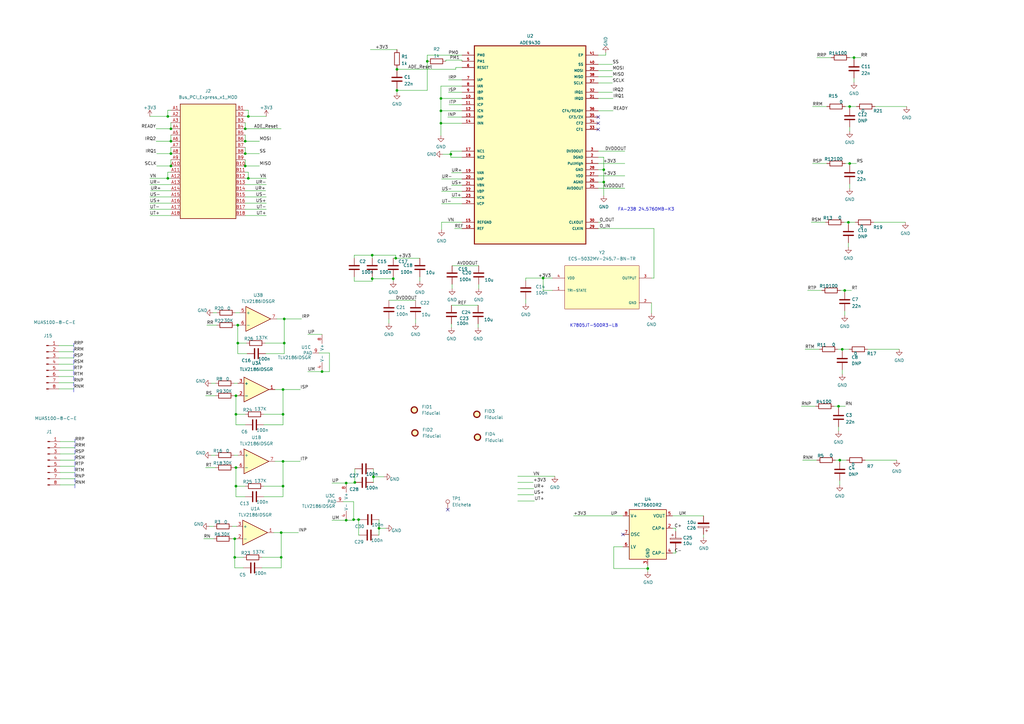
<source format=kicad_sch>
(kicad_sch (version 20231120) (generator "eeschema") (generator_version "8.0")
  (paper "A3")
  (title_block (title "ADE Interface") (rev "4.0") (company "Delta Electronics SRL"))
  (junction (at 96.774 199.39))
  (junction (at 222.758 114.046))
  (junction (at 348.488 67.056))
  (junction (at 96.774 169.926))
  (junction (at 116.586 130.81))
  (junction (at 184.912 63.246))
  (junction (at 115.316 228.6))
  (junction (at 68.834 73.152))
  (junction (at 347.98 91.186))
  (junction (at 343.916 166.624))
  (junction (at 101.854 73.152))
  (junction (at 97.536 133.35))
  (junction (at 141.986 213.36))
  (junction (at 70.104 68.072))
  (junction (at 147.066 213.106))
  (junction (at 116.586 140.716))
  (junction (at 96.774 162.306))
  (junction (at 96.774 191.77))
  (junction (at 116.078 189.23))
  (junction (at 100.584 62.992))
  (junction (at 100.584 68.072))
  (junction (at 70.104 62.992))
  (junction (at 96.266 220.98))
  (junction (at 101.854 47.752))
  (junction (at 141.986 198.12))
  (junction (at 346.456 119.126))
  (junction (at 348.488 43.688))
  (junction (at 152.654 114.3))
  (junction (at 180.848 45.466))
  (junction (at 161.29 114.3))
  (junction (at 100.584 52.832))
  (junction (at 155.448 216.662))
  (junction (at 247.65 74.676))
  (junction (at 153.162 195.58))
  (junction (at 115.316 218.44))
  (junction (at 350.266 23.622))
  (junction (at 344.424 188.722))
  (junction (at 70.104 52.832))
  (junction (at 145.542 197.866))
  (junction (at 96.266 228.6))
  (junction (at 162.306 105.918))
  (junction (at 68.834 47.752))
  (junction (at 162.814 37.084))
  (junction (at 265.684 233.172))
  (junction (at 180.848 40.386))
  (junction (at 70.104 57.912))
  (junction (at 175.26 25.146))
  (junction (at 116.078 199.39))
  (junction (at 247.65 69.596))
  (junction (at 100.584 57.912))
  (junction (at 345.44 143.256))
  (junction (at 97.536 140.716))
  (junction (at 145.034 213.106))
  (junction (at 116.078 169.926))
  (junction (at 180.848 50.546))
  (junction (at 162.814 28.448))
  (junction (at 152.654 104.648))
  (junction (at 132.08 152.4))
  (junction (at 116.078 159.766))
  (no_connect (at 79.248 335.788))
  (no_connect (at 245.364 53.086))
  (no_connect (at 245.364 48.006))
  (no_connect (at 245.364 50.546))
  (no_connect (at 183.642 209.042))
  (no_connect (at 255.524 219.202))
  (wire (pts (xy 245.364 69.596) (xy 247.65 69.596)))
  (wire (pts (xy 347.98 99.568) (xy 347.98 101.346)))
  (wire (pts (xy 268.224 114.046) (xy 267.208 114.046)))
  (wire (pts (xy 184.912 63.246) (xy 181.61 63.246)))
  (wire (pts (xy 70.104 55.372) (xy 70.104 57.912)))
  (wire (pts (xy 24.13 141.732) (xy 30.226 141.732)))
  (wire (pts (xy 108.966 145.034) (xy 116.586 145.034)))
  (wire (pts (xy 83.566 220.98) (xy 87.63 220.98)))
  (wire (pts (xy 275.844 226.822) (xy 277.114 226.822)))
  (wire (pts (xy 347.98 91.186) (xy 350.774 91.186)))
  (wire (pts (xy 162.306 105.918) (xy 172.212 105.918)))
  (wire (pts (xy 70.104 50.292) (xy 70.104 52.832)))
  (wire (pts (xy 159.512 130.81) (xy 159.512 132.588)))
  (wire (pts (xy 109.22 88.392) (xy 100.584 88.392)))
  (wire (pts (xy 24.13 156.972) (xy 30.226 156.972)))
  (wire (pts (xy 84.328 191.77) (xy 88.392 191.77)))
  (wire (pts (xy 255.524 224.282) (xy 251.714 224.282)))
  (wire (pts (xy 245.364 91.186) (xy 246.38 91.186)))
  (wire (pts (xy 100.584 199.39) (xy 96.774 199.39)))
  (wire (pts (xy 101.092 140.716) (xy 97.536 140.716)))
  (wire (pts (xy 147.066 213.106) (xy 147.066 219.456)))
  (wire (pts (xy 181.102 73.406) (xy 189.484 73.406)))
  (wire (pts (xy 155.448 213.106) (xy 155.448 216.662)))
  (polyline (pts (xy 30.734 180.086) (xy 30.734 200.152)) (stroke (width 0) (type dash)))
  (wire (pts (xy 347.98 91.186) (xy 347.98 91.948)))
  (wire (pts (xy 348.488 67.056) (xy 351.282 67.056)))
  (wire (pts (xy 140.716 205.74) (xy 145.034 205.74)))
  (wire (pts (xy 189.484 24.638) (xy 189.484 25.146)))
  (wire (pts (xy 267.208 124.206) (xy 267.208 128.524)))
  (wire (pts (xy 346.456 119.126) (xy 349.25 119.126)))
  (wire (pts (xy 182.88 25.146) (xy 182.88 24.638)))
  (wire (pts (xy 345.44 143.256) (xy 345.44 144.018)))
  (wire (pts (xy 247.65 64.516) (xy 245.364 64.516)))
  (wire (pts (xy 172.212 113.538) (xy 172.212 115.316)))
  (wire (pts (xy 335.026 23.622) (xy 340.868 23.622)))
  (wire (pts (xy 108.966 78.232) (xy 100.584 78.232)))
  (wire (pts (xy 116.586 140.716) (xy 116.586 130.81)))
  (wire (pts (xy 247.65 69.596) (xy 247.65 74.676)))
  (wire (pts (xy 346.202 91.186) (xy 347.98 91.186)))
  (wire (pts (xy 145.034 205.74) (xy 145.034 213.106)))
  (wire (pts (xy 24.638 198.882) (xy 30.734 198.882)))
  (wire (pts (xy 115.316 52.832) (xy 100.584 52.832)))
  (wire (pts (xy 155.448 216.662) (xy 158.242 216.662)))
  (wire (pts (xy 170.434 130.81) (xy 170.434 132.588)))
  (wire (pts (xy 96.266 232.918) (xy 99.822 232.918)))
  (wire (pts (xy 115.316 232.918) (xy 115.316 228.6)))
  (wire (pts (xy 96.266 232.918) (xy 96.266 228.6)))
  (wire (pts (xy 344.424 188.722) (xy 344.424 189.484)))
  (wire (pts (xy 189.484 48.006) (xy 183.642 48.006)))
  (wire (pts (xy 348.488 23.622) (xy 350.266 23.622)))
  (wire (pts (xy 343.916 166.624) (xy 343.916 167.386)))
  (wire (pts (xy 96.774 162.306) (xy 97.536 162.306)))
  (wire (pts (xy 135.128 152.4) (xy 132.08 152.4)))
  (wire (pts (xy 196.342 116.586) (xy 196.342 118.364)))
  (wire (pts (xy 342.646 188.722) (xy 344.424 188.722)))
  (wire (pts (xy 141.986 198.12) (xy 145.542 198.12)))
  (wire (pts (xy 68.834 47.752) (xy 70.104 47.752)))
  (wire (pts (xy 245.364 26.416) (xy 251.206 26.416)))
  (wire (pts (xy 24.638 188.722) (xy 30.734 188.722)))
  (wire (pts (xy 24.13 159.512) (xy 30.226 159.512)))
  (wire (pts (xy 108.204 169.926) (xy 116.078 169.926)))
  (wire (pts (xy 161.29 114.3) (xy 161.29 115.316)))
  (wire (pts (xy 344.424 197.104) (xy 344.424 198.882)))
  (wire (pts (xy 24.638 193.802) (xy 30.734 193.802)))
  (wire (pts (xy 68.834 73.152) (xy 70.104 73.152)))
  (wire (pts (xy 329.184 188.722) (xy 335.026 188.722)))
  (wire (pts (xy 350.266 23.622) (xy 353.06 23.622)))
  (wire (pts (xy 116.078 174.244) (xy 116.078 169.926)))
  (wire (pts (xy 107.442 228.6) (xy 115.316 228.6)))
  (wire (pts (xy 151.892 20.32) (xy 162.814 20.32)))
  (wire (pts (xy 212.344 195.326) (xy 227.584 195.326)))
  (wire (pts (xy 84.836 133.35) (xy 88.9 133.35)))
  (wire (pts (xy 215.646 114.046) (xy 215.646 115.062)))
  (wire (pts (xy 108.204 203.708) (xy 116.078 203.708)))
  (wire (pts (xy 155.448 219.456) (xy 155.194 219.456)))
  (wire (pts (xy 180.848 45.466) (xy 189.484 45.466)))
  (wire (pts (xy 277.114 216.662) (xy 277.114 217.932)))
  (wire (pts (xy 97.536 145.034) (xy 97.536 140.716)))
  (wire (pts (xy 162.814 27.94) (xy 162.814 28.448)))
  (wire (pts (xy 109.22 73.152) (xy 101.854 73.152)))
  (wire (pts (xy 245.364 93.726) (xy 268.224 93.726)))
  (wire (pts (xy 145.542 198.12) (xy 145.542 197.866)))
  (wire (pts (xy 61.468 85.852) (xy 70.104 85.852)))
  (wire (pts (xy 96.774 174.244) (xy 100.584 174.244)))
  (wire (pts (xy 180.848 50.546) (xy 189.484 50.546)))
  (wire (pts (xy 189.484 91.186) (xy 181.102 91.186)))
  (wire (pts (xy 152.654 114.3) (xy 161.29 114.3)))
  (wire (pts (xy 70.104 65.532) (xy 70.104 68.072)))
  (wire (pts (xy 328.676 166.624) (xy 334.518 166.624)))
  (wire (pts (xy 101.854 47.752) (xy 100.584 47.752)))
  (wire (pts (xy 182.88 24.638) (xy 189.484 24.638)))
  (wire (pts (xy 189.484 61.976) (xy 184.912 61.976)))
  (wire (pts (xy 155.448 216.662) (xy 155.448 219.456)))
  (wire (pts (xy 180.848 40.386) (xy 180.848 45.466)))
  (wire (pts (xy 185.166 125.222) (xy 196.088 125.222)))
  (wire (pts (xy 185.166 81.026) (xy 189.484 81.026)))
  (wire (pts (xy 245.364 45.466) (xy 251.46 45.466)))
  (wire (pts (xy 116.586 145.034) (xy 116.586 140.716)))
  (wire (pts (xy 108.204 199.39) (xy 116.078 199.39)))
  (wire (pts (xy 96.266 228.6) (xy 96.266 220.98)))
  (wire (pts (xy 115.316 218.44) (xy 122.428 218.44)))
  (wire (pts (xy 70.104 70.612) (xy 68.834 70.612)))
  (polyline (pts (xy 30.226 160.782) (xy 30.226 160.782)) (stroke (width 0) (type dash)))
  (wire (pts (xy 332.74 91.186) (xy 338.582 91.186)))
  (wire (pts (xy 185.42 108.966) (xy 196.342 108.966)))
  (wire (pts (xy 215.646 122.682) (xy 215.646 124.46)))
  (wire (pts (xy 247.65 74.676) (xy 247.65 80.264)))
  (wire (pts (xy 245.364 74.676) (xy 247.65 74.676)))
  (wire (pts (xy 96.774 174.244) (xy 96.774 169.926)))
  (wire (pts (xy 275.844 211.582) (xy 288.544 211.582)))
  (wire (pts (xy 88.392 157.226) (xy 86.614 157.226)))
  (wire (pts (xy 108.204 174.244) (xy 116.078 174.244)))
  (wire (pts (xy 245.364 31.496) (xy 251.206 31.496)))
  (wire (pts (xy 350.266 32.004) (xy 350.266 33.782)))
  (wire (pts (xy 189.484 27.686) (xy 186.944 27.686)))
  (wire (pts (xy 61.468 75.692) (xy 70.104 75.692)))
  (wire (pts (xy 24.638 181.102) (xy 30.734 181.102)))
  (wire (pts (xy 248.412 22.606) (xy 248.412 21.59)))
  (wire (pts (xy 348.488 75.438) (xy 348.488 77.216)))
  (wire (pts (xy 344.424 188.722) (xy 347.218 188.722)))
  (wire (pts (xy 212.344 197.866) (xy 218.694 197.866)))
  (wire (pts (xy 132.08 137.16) (xy 126.238 137.16)))
  (wire (pts (xy 348.488 43.688) (xy 348.488 44.45)))
  (wire (pts (xy 61.468 80.772) (xy 70.104 80.772)))
  (wire (pts (xy 153.162 195.58) (xy 153.162 197.866)))
  (wire (pts (xy 61.468 88.392) (xy 70.104 88.392)))
  (wire (pts (xy 186.944 28.448) (xy 162.814 28.448)))
  (wire (pts (xy 162.814 28.448) (xy 162.814 28.702)))
  (wire (pts (xy 145.034 213.106) (xy 145.034 213.36)))
  (wire (pts (xy 68.834 70.612) (xy 68.834 73.152)))
  (wire (pts (xy 186.944 27.686) (xy 186.944 28.448)))
  (wire (pts (xy 141.986 213.36) (xy 136.144 213.36)))
  (wire (pts (xy 181.102 91.186) (xy 181.102 94.234)))
  (wire (pts (xy 109.22 75.692) (xy 100.584 75.692)))
  (wire (pts (xy 355.854 143.256) (xy 368.808 143.256)))
  (wire (pts (xy 96.774 203.708) (xy 96.774 199.39)))
  (wire (pts (xy 180.848 35.306) (xy 180.848 40.386)))
  (wire (pts (xy 162.814 36.322) (xy 162.814 37.084)))
  (wire (pts (xy 100.584 45.212) (xy 101.854 45.212)))
  (wire (pts (xy 116.586 130.81) (xy 123.698 130.81)))
  (wire (pts (xy 70.104 62.992) (xy 64.262 62.992)))
  (wire (pts (xy 189.484 64.516) (xy 184.912 64.516)))
  (wire (pts (xy 185.166 132.842) (xy 185.166 134.366)))
  (wire (pts (xy 101.854 70.612) (xy 101.854 73.152)))
  (wire (pts (xy 344.678 119.126) (xy 346.456 119.126)))
  (wire (pts (xy 245.364 34.036) (xy 251.206 34.036)))
  (wire (pts (xy 346.71 43.688) (xy 348.488 43.688)))
  (wire (pts (xy 97.536 145.034) (xy 101.346 145.034)))
  (wire (pts (xy 180.848 40.386) (xy 189.484 40.386)))
  (wire (pts (xy 161.29 113.538) (xy 161.29 114.3)))
  (wire (pts (xy 132.08 152.4) (xy 126.238 152.4)))
  (wire (pts (xy 226.568 114.046) (xy 222.758 114.046)))
  (wire (pts (xy 185.166 70.866) (xy 189.484 70.866)))
  (wire (pts (xy 186.436 93.726) (xy 189.484 93.726)))
  (wire (pts (xy 184.912 61.976) (xy 184.912 63.246)))
  (wire (pts (xy 109.22 47.752) (xy 101.854 47.752)))
  (wire (pts (xy 115.316 228.6) (xy 115.316 218.44)))
  (wire (pts (xy 189.484 35.306) (xy 180.848 35.306)))
  (wire (pts (xy 96.012 162.306) (xy 96.774 162.306)))
  (wire (pts (xy 212.344 202.946) (xy 218.948 202.946)))
  (wire (pts (xy 24.638 196.342) (xy 30.734 196.342)))
  (wire (pts (xy 24.13 146.812) (xy 30.226 146.812)))
  (wire (pts (xy 343.916 175.006) (xy 343.916 176.784)))
  (wire (pts (xy 24.638 191.262) (xy 30.734 191.262)))
  (wire (pts (xy 109.22 83.312) (xy 100.584 83.312)))
  (wire (pts (xy 180.848 50.546) (xy 180.848 55.626)))
  (wire (pts (xy 147.574 219.456) (xy 147.066 219.456)))
  (wire (pts (xy 185.166 75.946) (xy 189.484 75.946)))
  (wire (pts (xy 145.288 105.918) (xy 145.288 104.648)))
  (wire (pts (xy 101.854 73.152) (xy 100.584 73.152)))
  (wire (pts (xy 346.456 127.508) (xy 346.456 129.286)))
  (wire (pts (xy 87.63 215.9) (xy 85.852 215.9)))
  (wire (pts (xy 100.584 62.992) (xy 106.426 62.992)))
  (wire (pts (xy 343.662 143.256) (xy 345.44 143.256)))
  (wire (pts (xy 61.722 78.232) (xy 70.104 78.232)))
  (polyline (pts (xy 30.734 200.152) (xy 30.734 200.152)) (stroke (width 0) (type dash)))
  (wire (pts (xy 70.104 45.212) (xy 68.834 45.212)))
  (wire (pts (xy 153.162 195.58) (xy 157.48 195.58)))
  (wire (pts (xy 212.344 200.406) (xy 218.948 200.406)))
  (wire (pts (xy 189.484 32.766) (xy 183.896 32.766)))
  (wire (pts (xy 245.364 72.136) (xy 256.286 72.136)))
  (wire (pts (xy 145.288 104.648) (xy 152.654 104.648)))
  (wire (pts (xy 350.266 23.622) (xy 350.266 24.384)))
  (wire (pts (xy 100.584 70.612) (xy 101.854 70.612)))
  (wire (pts (xy 68.834 45.212) (xy 68.834 47.752)))
  (wire (pts (xy 96.774 203.708) (xy 100.584 203.708)))
  (wire (pts (xy 265.684 231.902) (xy 265.684 233.172)))
  (wire (pts (xy 235.204 211.582) (xy 255.524 211.582)))
  (wire (pts (xy 345.44 151.638) (xy 345.44 153.416)))
  (wire (pts (xy 113.538 130.81) (xy 116.586 130.81)))
  (wire (pts (xy 100.584 57.912) (xy 106.426 57.912)))
  (wire (pts (xy 162.814 37.084) (xy 162.814 38.1)))
  (wire (pts (xy 245.364 61.976) (xy 256.286 61.976)))
  (wire (pts (xy 152.654 105.918) (xy 152.654 104.648)))
  (wire (pts (xy 24.638 186.182) (xy 30.734 186.182)))
  (wire (pts (xy 107.442 232.918) (xy 115.316 232.918)))
  (wire (pts (xy 161.29 105.918) (xy 162.306 105.918)))
  (wire (pts (xy 116.078 159.766) (xy 123.19 159.766)))
  (wire (pts (xy 175.26 25.146) (xy 175.26 37.084)))
  (wire (pts (xy 88.9 128.27) (xy 87.376 128.27)))
  (wire (pts (xy 251.714 224.282) (xy 251.714 233.172)))
  (wire (pts (xy 116.078 199.39) (xy 116.078 189.23)))
  (wire (pts (xy 112.268 218.44) (xy 115.316 218.44)))
  (wire (pts (xy 348.488 43.688) (xy 351.282 43.688)))
  (wire (pts (xy 96.52 133.35) (xy 97.536 133.35)))
  (wire (pts (xy 61.468 83.312) (xy 70.104 83.312)))
  (wire (pts (xy 116.078 189.23) (xy 123.19 189.23)))
  (wire (pts (xy 70.104 57.912) (xy 64.008 57.912)))
  (wire (pts (xy 184.15 42.926) (xy 189.484 42.926)))
  (wire (pts (xy 251.714 233.172) (xy 265.684 233.172)))
  (wire (pts (xy 109.22 80.772) (xy 100.584 80.772)))
  (wire (pts (xy 116.078 169.926) (xy 116.078 159.766)))
  (wire (pts (xy 245.364 40.386) (xy 251.46 40.386)))
  (wire (pts (xy 222.758 119.126) (xy 222.758 114.046)))
  (wire (pts (xy 184.912 64.516) (xy 184.912 63.246)))
  (wire (pts (xy 96.774 169.926) (xy 96.774 162.306)))
  (wire (pts (xy 358.394 91.186) (xy 371.348 91.186)))
  (wire (pts (xy 348.488 52.07) (xy 348.488 53.848)))
  (wire (pts (xy 185.42 116.586) (xy 185.42 118.364)))
  (wire (pts (xy 99.822 228.6) (xy 96.266 228.6)))
  (wire (pts (xy 112.776 189.23) (xy 116.078 189.23)))
  (wire (pts (xy 101.854 45.212) (xy 101.854 47.752)))
  (wire (pts (xy 348.488 67.056) (xy 348.488 67.818)))
  (wire (pts (xy 141.986 198.12) (xy 136.144 198.12)))
  (wire (pts (xy 226.568 119.126) (xy 222.758 119.126)))
  (wire (pts (xy 346.456 119.126) (xy 346.456 119.888)))
  (wire (pts (xy 354.838 188.722) (xy 367.792 188.722)))
  (wire (pts (xy 61.468 47.752) (xy 68.834 47.752)))
  (wire (pts (xy 181.102 78.486) (xy 189.484 78.486)))
  (wire (pts (xy 70.104 68.072) (xy 64.262 68.072)))
  (wire (pts (xy 152.654 114.3) (xy 152.654 115.316)))
  (wire (pts (xy 183.896 37.846) (xy 189.484 37.846)))
  (wire (pts (xy 109.22 85.852) (xy 100.584 85.852)))
  (wire (pts (xy 343.916 166.624) (xy 346.71 166.624)))
  (wire (pts (xy 153.162 192.278) (xy 153.162 195.58)))
  (wire (pts (xy 152.654 104.648) (xy 162.306 104.648)))
  (wire (pts (xy 100.584 68.072) (xy 106.426 68.072)))
  (wire (pts (xy 100.584 65.532) (xy 100.584 68.072)))
  (wire (pts (xy 108.712 140.716) (xy 116.586 140.716)))
  (wire (pts (xy 346.71 67.056) (xy 348.488 67.056)))
  (wire (pts (xy 96.774 191.77) (xy 97.536 191.77)))
  (wire (pts (xy 288.544 219.202) (xy 288.544 220.472)))
  (wire (pts (xy 333.248 43.688) (xy 339.09 43.688)))
  (wire (pts (xy 345.44 143.256) (xy 348.234 143.256)))
  (wire (pts (xy 100.584 50.292) (xy 100.584 52.832)))
  (wire (pts (xy 147.066 213.106) (xy 147.828 213.106)))
  (wire (pts (xy 245.364 37.846) (xy 251.206 37.846)))
  (wire (pts (xy 24.13 144.272) (xy 30.226 144.272)))
  (wire (pts (xy 84.328 162.306) (xy 88.392 162.306)))
  (wire (pts (xy 212.344 205.486) (xy 219.202 205.486)))
  (wire (pts (xy 277.114 226.822) (xy 277.114 225.552)))
  (wire (pts (xy 97.536 133.35) (xy 98.298 133.35)))
  (wire (pts (xy 265.684 233.172) (xy 265.684 234.442)))
  (wire (pts (xy 333.248 67.056) (xy 339.09 67.056)))
  (wire (pts (xy 96.52 128.27) (xy 98.298 128.27)))
  (wire (pts (xy 268.224 93.726) (xy 268.224 114.046)))
  (wire (pts (xy 196.088 132.842) (xy 196.088 134.366)))
  (wire (pts (xy 95.25 220.98) (xy 96.266 220.98)))
  (wire (pts (xy 96.012 191.77) (xy 96.774 191.77)))
  (wire (pts (xy 162.814 37.084) (xy 175.26 37.084)))
  (wire (pts (xy 152.654 113.538) (xy 152.654 114.3)))
  (wire (pts (xy 100.584 60.452) (xy 100.584 62.992)))
  (wire (pts (xy 112.776 159.766) (xy 116.078 159.766)))
  (wire (pts (xy 245.364 77.216) (xy 256.286 77.216)))
  (wire (pts (xy 100.584 169.926) (xy 96.774 169.926)))
  (wire (pts (xy 145.542 192.278) (xy 145.542 197.866)))
  (wire (pts (xy 24.638 183.642) (xy 30.734 183.642)))
  (wire (pts (xy 222.758 114.046) (xy 215.646 114.046)))
  (wire (pts (xy 145.288 113.538) (xy 145.288 115.316)))
  (wire (pts (xy 189.484 22.606) (xy 175.26 22.606)))
  (wire (pts (xy 145.034 213.36) (xy 141.986 213.36)))
  (wire (pts (xy 275.844 216.662) (xy 277.114 216.662)))
  (wire (pts (xy 61.468 73.152) (xy 68.834 73.152)))
  (wire (pts (xy 95.25 215.9) (xy 97.028 215.9)))
  (wire (pts (xy 24.13 154.432) (xy 30.226 154.432)))
  (wire (pts (xy 331.216 119.126) (xy 337.058 119.126)))
  (wire (pts (xy 145.034 213.106) (xy 147.066 213.106)))
  (wire (pts (xy 130.81 144.78) (xy 135.128 144.78)))
  (wire (pts (xy 162.306 104.648) (xy 162.306 105.918)))
  (wire (pts (xy 24.13 149.352) (xy 30.226 149.352)))
  (wire (pts (xy 175.26 22.606) (xy 175.26 25.146)))
  (wire (pts (xy 342.138 166.624) (xy 343.916 166.624)))
  (wire (pts (xy 97.536 140.716) (xy 97.536 133.35)))
  (wire (pts (xy 135.128 144.78) (xy 135.128 152.4)))
  (wire (pts (xy 96.266 220.98) (xy 97.028 220.98)))
  (wire (pts (xy 180.848 45.466) (xy 180.848 50.546)))
  (wire (pts (xy 116.078 203.708) (xy 116.078 199.39)))
  (wire (pts (xy 245.364 67.056) (xy 256.286 67.056)))
  (wire (pts (xy 247.65 64.516) (xy 247.65 69.596)))
  (wire (pts (xy 152.654 115.316) (xy 145.288 115.316)))
  (wire (pts (xy 70.104 60.452) (xy 70.104 62.992)))
  (wire (pts (xy 330.2 143.256) (xy 336.042 143.256)))
  (wire (pts (xy 245.364 28.956) (xy 251.206 28.956)))
  (wire (pts (xy 88.392 186.69) (xy 86.614 186.69)))
  (wire (pts (xy 96.012 186.69) (xy 97.536 186.69)))
  (wire (pts (xy 70.104 52.832) (xy 64.008 52.832)))
  (wire (pts (xy 245.364 22.606) (xy 248.412 22.606)))
  (wire (pts (xy 24.13 151.892) (xy 30.226 151.892)))
  (polyline (pts (xy 30.226 140.716) (xy 30.226 160.782)) (stroke (width 0) (type dash)))
  (wire (pts (xy 358.902 43.688) (xy 371.856 43.688)))
  (wire (pts (xy 181.102 83.566) (xy 189.484 83.566)))
  (wire (pts (xy 100.584 55.372) (xy 100.584 57.912)))
  (wire (pts (xy 159.512 123.19) (xy 170.434 123.19)))
  (wire (pts (xy 96.774 199.39) (xy 96.774 191.77)))
  (wire (pts (xy 96.012 157.226) (xy 97.536 157.226)))
  (text "FA-238 24.5760MB-K3" (at 253.4158 86.7156 0) (effects (font (size 1.27 1.27)) (justify left bottom)))
  (text "K7805JT-500R3-LB" (at 233.68 134.366 0) (effects (font (size 1.27 1.27)) (justify left bottom)))
  (label "+3V3" (at 220.726 114.046 0))
  (label "C-" (at 276.606 226.822 0))
  (label "RSP" (at 30.734 186.182 0))
  (label "RS" (at 351.282 67.056 0))
  (label "RRM" (at 30.226 144.272 0))
  (label "UM" (at 278.384 211.582 0))
  (label "RRM" (at 30.734 183.642 0))
  (label "INP" (at 122.428 218.44 0))
  (label "RNM" (at 30.226 159.512 0))
  (label "US+" (at 109.22 83.312 180))
  (label "+3V3" (at 218.694 197.866 0))
  (label "RTP" (at 331.216 119.126 0))
  (label "IRQ2" (at 64.008 57.912 180))
  (label "US-" (at 181.102 78.486 0))
  (label "REF" (at 186.436 93.726 0))
  (label "US-" (at 109.22 80.772 180))
  (label "RSM" (at 30.734 188.722 0))
  (label "RNP" (at 328.676 166.624 0))
  (label "O_OUT" (at 245.872 91.186 0))
  (label "SCLK" (at 251.206 34.036 0))
  (label "UP" (at 136.144 198.12 0))
  (label "MOSI" (at 251.206 28.956 0))
  (label "UR-" (at 181.102 73.406 0))
  (label "+3V3" (at 163.322 105.918 0))
  (label "PM0" (at 183.896 22.606 0))
  (label "RR" (at 84.836 133.35 0))
  (label "RSM" (at 30.226 149.352 0))
  (label "VN" (at 218.694 195.326 0))
  (label "IRQ1" (at 64.262 62.992 180))
  (label "MOSI" (at 106.426 57.912 0))
  (label "REF" (at 187.706 125.222 0))
  (label "PM1" (at 184.404 24.638 0))
  (label "+3V3" (at 235.204 211.582 0))
  (label "VN" (at 109.22 73.152 180))
  (label "RNM" (at 329.184 188.722 0))
  (label "DVDDOUT" (at 248.158 61.976 0))
  (label "VN" (at 183.642 91.186 0))
  (label "READY" (at 64.008 52.832 180))
  (label "RNP" (at 30.226 156.972 0))
  (label "+3V3" (at 247.396 67.056 0))
  (label "+3V3" (at 247.396 72.136 0))
  (label "RTP" (at 30.734 191.262 0))
  (label "MISO" (at 106.426 68.072 0))
  (label "UP" (at 250.444 211.582 0))
  (label "UT+" (at 185.166 81.026 0))
  (label "RN" (at 346.71 166.624 0))
  (label "ITP" (at 123.19 189.23 0))
  (label "RTP" (at 30.226 151.892 0))
  (label "MISO" (at 251.206 31.496 0))
  (label "RNM" (at 30.734 198.882 0))
  (label "RSP" (at 333.248 67.056 0))
  (label "AVDDOUT" (at 187.452 108.966 0))
  (label "US+" (at 218.948 202.946 0))
  (label "SS" (at 106.426 62.992 0))
  (label "IRQ1" (at 251.46 40.386 0))
  (label "RRM" (at 333.248 43.688 0))
  (label "RS" (at 84.328 162.306 0))
  (label "C+" (at 276.606 216.662 0))
  (label "RRP" (at 30.226 141.732 0))
  (label "UR-" (at 61.468 75.692 0))
  (label "UT-" (at 61.468 85.852 0))
  (label "O_IN" (at 245.872 93.726 0))
  (label "UT+" (at 109.22 88.392 180))
  (label "UT+" (at 61.468 88.392 0))
  (label "RSM" (at 332.74 91.186 0))
  (label "RN" (at 83.566 220.98 0))
  (label "SCLK" (at 64.262 68.072 180))
  (label "UT-" (at 181.102 83.566 0))
  (label "UP" (at 126.238 137.16 0))
  (label "AVDDOUT" (at 247.396 77.216 0))
  (label "UT+" (at 219.202 205.486 0))
  (label "US+" (at 185.166 75.946 0))
  (label "DVDDOUT" (at 162.306 123.19 0))
  (label "VN" (at 61.468 73.152 0))
  (label "RRP" (at 335.026 23.622 0))
  (label "RTM" (at 30.226 154.432 0))
  (label "US+" (at 61.468 83.312 0))
  (label "RTM" (at 30.734 193.802 0))
  (label "IRQ2" (at 251.206 37.846 0))
  (label "ISP" (at 183.896 37.846 0))
  (label "US-" (at 61.468 80.772 0))
  (label "SS" (at 251.206 26.416 0))
  (label "READY" (at 251.46 45.466 0))
  (label "ADE_Reset" (at 104.14 52.832 0))
  (label "UR+" (at 218.948 200.406 0))
  (label "UR+" (at 61.722 78.232 0))
  (label "RT" (at 84.328 191.77 0))
  (label "UM" (at 126.238 152.4 0))
  (label "+3V3" (at 153.924 20.32 0))
  (label "RRP" (at 30.734 181.102 0))
  (label "IRP" (at 123.698 130.81 0))
  (label "RNP" (at 30.734 196.342 0))
  (label "ADE_Reset" (at 167.386 28.448 0))
  (label "UM" (at 136.144 213.36 0))
  (label "UR-" (at 109.22 75.692 180))
  (label "RSP" (at 30.226 146.812 0))
  (label "RT" (at 349.25 119.126 0))
  (label "INP" (at 183.642 48.006 0))
  (label "RTM" (at 330.2 143.256 0))
  (label "ISP" (at 123.19 159.766 0))
  (label "RR" (at 353.06 23.622 0))
  (label "UT-" (at 109.22 85.852 180))
  (label "UR+" (at 185.166 70.866 0))
  (label "IRP" (at 183.896 32.766 0))
  (label "ITP" (at 184.15 42.926 0))
  (label "UR+" (at 108.966 78.232 180))
  (symbol (lib_id "power:GND") (at 172.212 115.316 0) (mirror y) (unit 1)
    (property "Reference" "#PWR0157" (effects (hide yes)))
    (property "Value" "GND" (at 172.212 119.8785 0))
  )
  (symbol (lib_id "Device:C") (at 103.632 232.918 270) (unit 1)
    (property "Reference" "C5" (at 99.4918 235.7374 90))
    (property "Value" "100n" (at 106.8578 235.1024 90))
    (property "Footprint" "Capacitor_SMD:C_0402_1005Metric" (effects (hide yes)))
    (property "VTPN" "4104-00100-00" (effects (hide yes)))
  )
  (symbol (lib_id "power:GND") (at 348.488 53.848 0) (unit 1)
    (property "Reference" "#PWR09" (effects (hide yes)))
    (property "Value" "GND" (at 348.488 58.4105 0))
  )
  (symbol (lib_id "Device:C") (at 105.156 145.034 270) (unit 1)
    (property "Reference" "C16" (at 101.0158 147.8534 90))
    (property "Value" "100n" (at 108.3818 147.2184 90))
    (property "Footprint" "Capacitor_SMD:C_0402_1005Metric" (effects (hide yes)))
    (property "VTPN" "4104-00100-00" (effects (hide yes)))
  )
  (symbol (lib_name "OPA2134_1") (lib_id "Amplifier_Operational:OPA2134") (at 134.62 144.78 0) (unit 3)
    (property "Reference" "U1" (at 127.5588 142.3924 0) (effects (justify right)))
    (property "Value" "TLV2186IDSGR" (at 127.6351 146.6466 0) (effects (justify right)))
    (property "Footprint" "Package_SON:WSON-8-1EP_2x2mm_P0.5mm_EP0.9x1.6mm_ThermalVias" (effects (hide yes)))
    (property "Datasheet" "http://www.ti.com/lit/ds/symlink/opa134.pdf" (effects (hide yes)))
    (property "VTPN" "4708-00010-00" (effects (hide yes)))
  )
  (symbol (lib_id "power:GND") (at 85.852 215.9 270) (unit 1)
    (property "Reference" "#PWR010" (effects (hide yes)))
    (property "Value" "GND" (at 81.5086 214.9602 90))
  )
  (symbol (lib_id "Device:R") (at 351.028 188.722 90) (unit 1)
    (property "Reference" "R7" (at 355.6 191.262 90) (effects (justify right)))
    (property "Value" "0" (at 349.1614 190.5 90) (effects (justify right)))
    (property "Footprint" "Resistor_SMD:R_0402_1005Metric" (effects (hide yes)))
    (property "VTPN" "4004-00001-00" (effects (hide yes)))
  )
  (symbol (lib_id "Device:R") (at 92.71 128.27 270) (unit 1)
    (property "Reference" "R20" (at 91.8015 126.492 90) (effects (justify right)))
    (property "Value" "0" (at 94.5766 126.492 90) (effects (justify right)))
    (property "Footprint" "Resistor_SMD:R_0402_1005Metric" (effects (hide yes)))
    (property "VTPN" "4004-00001-00" (effects (hide yes)))
  )
  (symbol (lib_id "Device:C") (at 145.288 109.728 0) (unit 1)
    (property "Reference" "C2" (at 147.3454 107.2388 0) (effects (justify left)))
    (property "Value" "100n" (at 148.209 111.5946 0) (effects (justify left)))
    (property "Footprint" "Capacitor_SMD:C_0603_1608Metric" (effects (hide yes)))
    (property "VTPN" "4106-00020-00" (effects (hide yes)))
  )
  (symbol (lib_name "OPA2134_1") (lib_id "Amplifier_Operational:OPA2134") (at 144.526 205.74 0) (unit 3)
    (property "Reference" "U3" (at 137.4648 203.3524 0) (effects (justify right)))
    (property "Value" "TLV2186IDSGR" (at 137.5411 207.6066 0) (effects (justify right)))
    (property "Footprint" "Package_SON:WSON-8-1EP_2x2mm_P0.5mm_EP0.9x1.6mm_ThermalVias" (effects (hide yes)))
    (property "Datasheet" "http://www.ti.com/lit/ds/symlink/opa134.pdf" (effects (hide yes)))
    (property "VTPN" "4708-00010-00" (effects (hide yes)))
  )
  (symbol (lib_id "Device:CP") (at 288.544 215.392 180) (unit 1)
    (property "Reference" "C26" (at 285.5468 216.5604 0) (effects (justify left)))
    (property "Value" "10u" (at 285.5468 214.249 0) (effects (justify left)))
    (property "Footprint" "Capacitor_SMD:C_1206_3216Metric" (effects (hide yes)))
    (property "VTPN" "4112-00100-00" (effects (hide yes)))
  )
  (symbol (lib_id "Device:CP") (at 277.114 221.742 0) (unit 1)
    (property "Reference" "C25" (at 280.1112 220.5736 0) (effects (justify left)))
    (property "Value" "10u" (at 280.1112 222.885 0) (effects (justify left)))
    (property "Footprint" "Capacitor_SMD:C_1206_3216Metric" (effects (hide yes)))
    (property "VTPN" "4112-00100-00" (effects (hide yes)))
  )
  (symbol (lib_id "Device:R") (at 338.836 188.722 270) (unit 1)
    (property "Reference" "R5" (at 337.9275 186.944 90) (effects (justify right)))
    (property "Value" "0" (at 341.63 186.8424 90) (effects (justify right)))
    (property "Footprint" "Resistor_SMD:R_0402_1005Metric" (effects (hide yes)))
    (property "VTPN" "4004-00001-00" (effects (hide yes)))
  )
  (symbol (lib_id "power:GND") (at 343.916 176.784 0) (unit 1)
    (property "Reference" "#PWR01" (effects (hide yes)))
    (property "Value" "GND" (at 343.916 181.3465 0))
  )
  (symbol (lib_id "Device:C") (at 196.088 129.032 0) (mirror y) (unit 1)
    (property "Reference" "C24" (at 193.167 128.1235 0) (effects (justify left)))
    (property "Value" "10u" (at 202.2856 131.0894 0) (effects (justify left)))
    (property "Footprint" "Capacitor_SMD:C_1206_3216Metric" (effects (hide yes)))
    (property "VTPN" "4112-00100-00" (effects (hide yes)))
  )
  (symbol (lib_id "power:GND") (at 215.646 124.46 0) (unit 1)
    (property "Reference" "#PWR0161" (effects (hide yes)))
    (property "Value" "GND" (at 215.646 129.0225 0))
  )
  (symbol (lib_id "Device:R") (at 355.092 43.688 90) (unit 1)
    (property "Reference" "R21" (at 358.14 45.466 90) (effects (justify right)))
    (property "Value" "0" (at 353.2254 45.466 90) (effects (justify right)))
    (property "Footprint" "Resistor_SMD:R_0402_1005Metric" (effects (hide yes)))
    (property "VTPN" "4004-00001-00" (effects (hide yes)))
  )
  (symbol (lib_id "Device:R") (at 91.44 220.98 270) (unit 1)
    (property "Reference" "R6" (at 90.5315 219.202 90) (effects (justify right)))
    (property "Value" "30K" (at 94.4626 219.1004 90) (effects (justify right)))
    (property "Footprint" "Resistor_SMD:R_0402_1005Metric" (effects (hide yes)))
    (property "VTPN" "4004-00100-00" (effects (hide yes)))
  )
  (symbol (lib_id "Device:C") (at 346.456 123.698 0) (unit 1)
    (property "Reference" "C7" (at 349.377 122.7895 0) (effects (justify left)))
    (property "Value" "22n" (at 349.377 125.5646 0) (effects (justify left)))
    (property "Footprint" "Capacitor_SMD:C_0402_1005Metric" (effects (hide yes)))
    (property "VTPN" "4104-00020-00" (effects (hide yes)))
  )
  (symbol (lib_id "power:GND") (at 367.792 188.722 0) (unit 1)
    (property "Reference" "#PWR017" (effects (hide yes)))
    (property "Value" "GND" (at 367.792 193.2845 0))
  )
  (symbol (lib_id "power:GND") (at 161.29 115.316 0) (unit 1)
    (property "Reference" "#PWR0158" (effects (hide yes)))
    (property "Value" "GND" (at 161.29 119.8785 0))
  )
  (symbol (lib_id "Device:R") (at 339.852 143.256 270) (unit 1)
    (property "Reference" "R11" (at 338.9435 141.478 90) (effects (justify right)))
    (property "Value" "0" (at 342.646 141.3764 90) (effects (justify right)))
    (property "Footprint" "Resistor_SMD:R_0402_1005Metric" (effects (hide yes)))
    (property "VTPN" "4004-00001-00" (effects (hide yes)))
  )
  (symbol (lib_id "Device:C") (at 151.638 213.106 270) (unit 1)
    (property "Reference" "C30" (at 147.4978 215.9254 90))
    (property "Value" "100n" (at 154.8638 215.2904 90))
    (property "Footprint" "Capacitor_SMD:C_0402_1005Metric" (effects (hide yes)))
    (property "VTPN" "4104-00100-00" (effects (hide yes)))
  )
  (symbol (lib_id "Regulator_SwitchedCapacitor:LMC7660") (at 265.684 219.202 0) (unit 1)
    (property "Reference" "U4" (at 265.684 204.8002 0))
    (property "Value" "MC7660DR2" (at 265.684 207.1116 0))
    (property "Footprint" "Package_SO:SO-8_3.9x4.9mm_P1.27mm" (effects (hide yes)))
    (property "Datasheet" "http://www.ti.com/lit/ds/symlink/lmc7660.pdf" (effects (hide yes)))
    (property "VTPN" "4520-00030-00" (effects (hide yes)))
  )
  (symbol (lib_id "power:GND") (at 185.42 118.364 0) (unit 1)
    (property "Reference" "#PWR0166" (effects (hide yes)))
    (property "Value" "GND" (at 185.42 122.9265 0))
  )
  (symbol (lib_id "power:GND") (at 371.348 91.186 0) (unit 1)
    (property "Reference" "#PWR019" (effects (hide yes)))
    (property "Value" "GND" (at 371.348 95.7485 0))
  )
  (symbol (lib_id "ECS-5032:ECS-5032MV-245.7-BN-TR") (at 246.888 116.586 0) (unit 1)
    (property "Reference" "Y2" (at 246.888 103.5812 0))
    (property "Value" "ECS-5032MV-245.7-BN-TR" (at 246.888 106.1212 0))
    (property "Footprint" "Oscillator:OSC_ECS-5032MV-245.7-BN-TR" (effects (hide yes)))
    (property "VTPN" "4712-00020-00" (effects (hide yes)))
  )
  (symbol (lib_id "Device:C") (at 151.384 219.456 270) (unit 1)
    (property "Reference" "C29" (at 147.2438 222.2754 90))
    (property "Value" "100n" (at 154.6098 221.6404 90))
    (property "Footprint" "Capacitor_SMD:C_0402_1005Metric" (effects (hide yes)))
    (property "VTPN" "4104-00100-00" (effects (hide yes)))
  )
  (symbol (lib_id "power:GND") (at 157.48 195.58 90) (unit 1)
    (property "Reference" "#PWR03" (effects (hide yes)))
    (property "Value" "GND" (at 161.8234 196.5198 90))
  )
  (symbol (lib_id "Amplifier_Operational:OPA2134") (at 105.156 159.766 0) (unit 1)
    (property "Reference" "U3" (at 105.156 148.9456 0))
    (property "Value" "TLV2186IDSGR" (at 105.156 151.4856 0))
    (property "Footprint" "Package_SON:WSON-8-1EP_2x2mm_P0.5mm_EP0.9x1.6mm_ThermalVias" (effects (hide yes)))
    (property "Datasheet" "http://www.ti.com/lit/ds/symlink/opa134.pdf" (effects (hide yes)))
    (property "VTPN" "4708-00010-00" (effects (hide yes)))
  )
  (symbol (lib_id "Device:R") (at 92.202 186.69 270) (unit 1)
    (property "Reference" "R16" (at 91.2935 184.912 90) (effects (justify right)))
    (property "Value" "0" (at 94.0686 184.912 90) (effects (justify right)))
    (property "Footprint" "Resistor_SMD:R_0402_1005Metric" (effects (hide yes)))
    (property "VTPN" "4004-00001-00" (effects (hide yes)))
  )
  (symbol (lib_id "Device:R") (at 342.9 43.688 270) (unit 1)
    (property "Reference" "R15" (at 343.662 39.37 90) (effects (justify right)))
    (property "Value" "0" (at 345.694 41.8084 90) (effects (justify right)))
    (property "Footprint" "Resistor_SMD:R_0402_1005Metric" (effects (hide yes)))
    (property "VTPN" "4004-00001-00" (effects (hide yes)))
  )
  (symbol (lib_id "power:+3.3V") (at 61.468 47.752 0) (unit 1)
    (property "Reference" "#PWR011" (effects (hide yes)))
    (property "Value" "+3V3" (at 61.468 44.1475 0))
  )
  (symbol (lib_id "Device:R") (at 338.328 166.624 270) (unit 1)
    (property "Reference" "R4" (at 337.4195 164.846 90) (effects (justify right)))
    (property "Value" "100" (at 341.122 164.7444 90) (effects (justify right)))
    (property "Footprint" "Resistor_SMD:R_0402_1005Metric" (effects (hide yes)))
    (property "VTPN" "4004-00020-00" (effects (hide yes)))
  )
  (symbol (lib_id "power:GND") (at 87.376 128.27 270) (unit 1)
    (property "Reference" "#PWR016" (effects (hide yes)))
    (property "Value" "GND" (at 83.0326 127.3302 90))
  )
  (symbol (lib_id "power:GND") (at 86.614 186.69 270) (unit 1)
    (property "Reference" "#PWR015" (effects (hide yes)))
    (property "Value" "GND" (at 82.2706 185.7502 90))
  )
  (symbol (lib_id "Device:C") (at 152.654 109.728 0) (unit 1)
    (property "Reference" "C15" (at 154.7114 107.2388 0) (effects (justify left)))
    (property "Value" "100n" (at 155.575 111.5946 0) (effects (justify left)))
    (property "Footprint" "Capacitor_SMD:C_0402_1005Metric" (effects (hide yes)))
    (property "VTPN" "4104-00100-00" (effects (hide yes)))
  )
  (symbol (lib_id "power:+3.3V") (at 109.22 47.752 0) (mirror y) (unit 1)
    (property "Reference" "#PWR012" (effects (hide yes)))
    (property "Value" "+3V3" (at 109.22 44.1475 0))
  )
  (symbol (lib_id "power:GND") (at 170.434 132.588 0) (mirror y) (unit 1)
    (property "Reference" "#PWR0155" (effects (hide yes)))
    (property "Value" "GND" (at 170.434 137.1505 0))
  )
  (symbol (lib_id "power:GND") (at 162.814 38.1 0) (unit 1)
    (property "Reference" "#PWR0169" (effects (hide yes)))
    (property "Value" "GND" (at 162.814 42.6625 0))
  )
  (symbol (lib_id "Device:C") (at 196.342 112.776 0) (mirror y) (unit 1)
    (property "Reference" "C20" (at 193.421 111.8675 0) (effects (justify left)))
    (property "Value" "10u" (at 202.5396 114.8334 0) (effects (justify left)))
    (property "Footprint" "Capacitor_SMD:C_1206_3216Metric" (effects (hide yes)))
    (property "VTPN" "4112-00100-00" (effects (hide yes)))
  )
  (symbol (lib_id "power:GND") (at 159.512 132.588 0) (unit 1)
    (property "Reference" "#PWR0156" (effects (hide yes)))
    (property "Value" "GND" (at 159.512 137.1505 0))
  )
  (symbol (lib_id "Device:C") (at 161.29 109.728 0) (unit 1)
    (property "Reference" "C17" (at 163.3474 107.2388 0) (effects (justify left)))
    (property "Value" "100n" (at 164.211 111.5946 0) (effects (justify left)))
    (property "Footprint" "Capacitor_SMD:C_0402_1005Metric" (effects (hide yes)))
    (property "VTPN" "4104-00100-00" (effects (hide yes)))
  )
  (symbol (lib_id "power:GND") (at 185.166 134.366 0) (unit 1)
    (property "Reference" "#PWR0164" (effects (hide yes)))
    (property "Value" "GND" (at 185.166 138.9285 0))
  )
  (symbol (lib_id "power:GND") (at 345.44 153.416 0) (unit 1)
    (property "Reference" "#PWR05" (effects (hide yes)))
    (property "Value" "GND" (at 345.44 157.9785 0))
  )
  (symbol (lib_id "Mechanical:Fiducial") (at 169.926 168.148 0) (unit 1)
    (property "Reference" "FID1" (at 172.974 166.8779 0) (effects (justify left)))
    (property "Value" "Fiducial" (at 172.974 169.4179 0) (effects (justify left)))
    (property "Footprint" "Fiducial:Fiducial_1mm_Mask2mm" (effects (hide yes)))
  )
  (symbol (lib_id "Device:C") (at 348.488 71.628 0) (unit 1)
    (property "Reference" "C9" (at 351.409 70.7195 0) (effects (justify left)))
    (property "Value" "22n" (at 351.409 73.4946 0) (effects (justify left)))
    (property "Footprint" "Capacitor_SMD:C_0402_1005Metric" (effects (hide yes)))
    (property "VTPN" "4104-00020-00" (effects (hide yes)))
  )
  (symbol (lib_id "power:GND") (at 196.088 134.366 0) (mirror y) (unit 1)
    (property "Reference" "#PWR0162" (effects (hide yes)))
    (property "Value" "GND" (at 196.088 138.9285 0))
  )
  (symbol (lib_id "power:GND") (at 267.208 128.524 0) (unit 1)
    (property "Reference" "#PWR0160" (effects (hide yes)))
    (property "Value" "GND" (at 267.208 133.0865 0))
  )
  (symbol (lib_id "power:GND") (at 247.65 80.264 0) (unit 1)
    (property "Reference" "#PWR0159" (effects (hide yes)))
    (property "Value" "GND" (at 247.65 84.8265 0))
  )
  (symbol (lib_id "Device:R") (at 92.71 133.35 270) (unit 1)
    (property "Reference" "R22" (at 91.8015 131.572 90) (effects (justify right)))
    (property "Value" "30K" (at 95.7326 131.4704 90) (effects (justify right)))
    (property "Footprint" "Resistor_SMD:R_0402_1005Metric" (effects (hide yes)))
    (property "VTPN" "4004-00100-00" (effects (hide yes)))
  )
  (symbol (lib_id "Device:R") (at 92.202 162.306 270) (unit 1)
    (property "Reference" "R9" (at 91.2935 160.528 90) (effects (justify right)))
    (property "Value" "30K" (at 95.2246 160.4264 90) (effects (justify right)))
    (property "Footprint" "Resistor_SMD:R_0402_1005Metric" (effects (hide yes)))
    (property "VTPN" "4004-00100-00" (effects (hide yes)))
  )
  (symbol (lib_id "Device:R") (at 354.584 91.186 90) (unit 1)
    (property "Reference" "R19" (at 358.14 93.218 90) (effects (justify right)))
    (property "Value" "0" (at 352.7174 92.964 90) (effects (justify right)))
    (property "Footprint" "Resistor_SMD:R_0402_1005Metric" (effects (hide yes)))
    (property "VTPN" "4004-00001-00" (effects (hide yes)))
  )
  (symbol (lib_id "Device:R") (at 91.44 215.9 270) (unit 1)
    (property "Reference" "R3" (at 90.5315 214.122 90) (effects (justify right)))
    (property "Value" "0" (at 93.3066 214.122 90) (effects (justify right)))
    (property "Footprint" "Resistor_SMD:R_0402_1005Metric" (effects (hide yes)))
    (property "VTPN" "4004-00001-00" (effects (hide yes)))
  )
  (symbol (lib_id "Device:R") (at 344.678 23.622 270) (unit 1)
    (property "Reference" "R14" (at 343.7695 21.844 90) (effects (justify right)))
    (property "Value" "100" (at 347.472 21.7424 90) (effects (justify right)))
    (property "Footprint" "Resistor_SMD:R_0402_1005Metric" (effects (hide yes)))
    (property "VTPN" "4004-00020-00" (effects (hide yes)))
  )
  (symbol (lib_id "Device:C") (at 215.646 118.872 0) (unit 1)
    (property "Reference" "C14" (at 219.6846 117.6019 0) (effects (justify left)))
    (property "Value" "100n" (at 219.6846 120.1419 0) (effects (justify left)))
    (property "Footprint" "Capacitor_SMD:C_0402_1005Metric" (effects (hide yes)))
    (property "VTPN" "4104-00100-00" (effects (hide yes)))
  )
  (symbol (lib_id "Device:C") (at 185.42 112.776 0) (unit 1)
    (property "Reference" "C19" (at 187.8838 110.363 0) (effects (justify left)))
    (property "Value" "100n" (at 188.341 114.6426 0) (effects (justify left)))
    (property "Footprint" "Capacitor_SMD:C_0402_1005Metric" (effects (hide yes)))
    (property "VTPN" "4104-00100-00" (effects (hide yes)))
  )
  (symbol (lib_id "Device:C") (at 149.352 197.866 270) (unit 1)
    (property "Reference" "C28" (at 145.2118 200.6854 90))
    (property "Value" "100n" (at 152.5778 200.0504 90))
    (property "Footprint" "Capacitor_SMD:C_0402_1005Metric" (effects (hide yes)))
    (property "VTPN" "4104-00100-00" (effects (hide yes)))
  )
  (symbol (lib_id "power:GND") (at 248.412 21.59 180) (unit 1)
    (property "Reference" "#PWR0151" (effects (hide yes)))
    (property "Value" "GND" (at 248.412 17.0275 90))
  )
  (symbol (lib_id "Device:C") (at 104.394 203.708 270) (unit 1)
    (property "Reference" "C13" (at 100.2538 206.5274 90))
    (property "Value" "100n" (at 107.6198 205.8924 90))
    (property "Footprint" "Capacitor_SMD:C_0402_1005Metric" (effects (hide yes)))
    (property "VTPN" "4104-00100-00" (effects (hide yes)))
  )
  (symbol (lib_id "Device:R") (at 352.044 143.256 90) (unit 1)
    (property "Reference" "R17" (at 355.6 145.034 90) (effects (justify right)))
    (property "Value" "0" (at 350.1774 145.034 90) (effects (justify right)))
    (property "Footprint" "Resistor_SMD:R_0402_1005Metric" (effects (hide yes)))
    (property "VTPN" "4004-00001-00" (effects (hide yes)))
  )
  (symbol (lib_id "Interface:Bus_PCI_Express_x1_MOD") (at 85.344 64.262 0) (unit 1)
    (property "Reference" "J2" (at 85.344 37.338 0))
    (property "Value" "Bus_PCI_Express_x1_MOD" (at 85.344 39.878 0))
    (property "Footprint" "Connector_PCBEdge:BUS_PCIexpress_x1" (effects (hide yes)))
    (property "Datasheet" "http://www.ritrontek.com/uploadfile/2016/1026/20161026105231124.pdf#page=63" (effects (hide yes)))
  )
  (symbol (lib_id "Device:C") (at 159.512 127 0) (unit 1)
    (property "Reference" "C21" (at 162.433 126.0915 0) (effects (justify left)))
    (property "Value" "100n" (at 162.433 128.8666 0) (effects (justify left)))
    (property "Footprint" "Capacitor_SMD:C_0402_1005Metric" (effects (hide yes)))
    (property "VTPN" "4104-00100-00" (effects (hide yes)))
  )
  (symbol (lib_id "power:GND") (at 86.614 157.226 270) (unit 1)
    (property "Reference" "#PWR014" (effects (hide yes)))
    (property "Value" "GND" (at 82.2706 156.2862 90))
  )
  (symbol (lib_id "Device:R") (at 340.868 119.126 270) (unit 1)
    (property "Reference" "R10" (at 339.9595 117.348 90) (effects (justify right)))
    (property "Value" "100" (at 343.662 117.2464 90) (effects (justify right)))
    (property "Footprint" "Resistor_SMD:R_0402_1005Metric" (effects (hide yes)))
    (property "VTPN" "4004-00020-00" (effects (hide yes)))
  )
  (symbol (lib_id "Analog:ADE9430") (at 217.424 56.896 0) (unit 1)
    (property "Reference" "U2" (at 217.424 14.7533 0))
    (property "Value" "ADE9430" (at 217.424 17.5284 0))
    (property "Footprint" "Package_QFP:ADE9430" (effects (hide yes)))
    (property "OC_FARNELL" "unknown" (effects (hide yes)))
    (property "OC_NEWARK" "07P8991" (effects (hide yes)))
    (property "MPN" "AD9115BCPZ" (effects (hide yes)))
    (property "PACKAGE" "LFCSP-40" (effects (hide yes)))
    (property "SUPPLIER" "Analog Devices" (effects (hide yes)))
    (property "VTPN" "4706-00030-00" (effects (hide yes)))
  )
  (symbol (lib_id "Device:R") (at 104.394 199.39 270) (unit 1)
    (property "Reference" "R25" (at 103.4855 197.612 90) (effects (justify right)))
    (property "Value" "137K" (at 109.3978 197.2056 90) (effects (justify right)))
    (property "Footprint" "Resistor_SMD:R_0402_1005Metric" (effects (hide yes)))
    (property "VTPN" "4004-02000-00" (effects (hide yes)))
  )
  (symbol (lib_id "Device:R") (at 162.814 24.13 180) (unit 1)
    (property "Reference" "R1" (at 164.592 23.2215 0) (effects (justify right)))
    (property "Value" "1k" (at 164.592 25.9966 0) (effects (justify right)))
    (property "Footprint" "Resistor_SMD:R_0402_1005Metric" (effects (hide yes)))
    (property "VTPN" "4004-00010-00" (effects (hide yes)))
  )
  (symbol (lib_id "power:GND") (at 344.424 198.882 0) (unit 1)
    (property "Reference" "#PWR02" (effects (hide yes)))
    (property "Value" "GND" (at 344.424 203.4445 0))
  )
  (symbol (lib_id "power:GND") (at 196.342 118.364 0) (mirror y) (unit 1)
    (property "Reference" "#PWR0165" (effects (hide yes)))
    (property "Value" "GND" (at 196.342 122.9265 0))
  )
  (symbol (lib_id "Device:C") (at 104.394 174.244 270) (unit 1)
    (property "Reference" "C6" (at 100.2538 177.0634 90))
    (property "Value" "100n" (at 107.6198 176.4284 90))
    (property "Footprint" "Capacitor_SMD:C_0402_1005Metric" (effects (hide yes)))
    (property "VTPN" "4104-00100-00" (effects (hide yes)))
  )
  (symbol (lib_id "Device:R") (at 103.632 228.6 270) (unit 1)
    (property "Reference" "R23" (at 102.7235 226.822 90) (effects (justify right)))
    (property "Value" "137K" (at 108.6358 226.4156 90) (effects (justify right)))
    (property "Footprint" "Resistor_SMD:R_0402_1005Metric" (effects (hide yes)))
    (property "VTPN" "4004-02000-00" (effects (hide yes)))
  )
  (symbol (lib_id "Amplifier_Operational:OPA2134") (at 105.918 130.81 0) (unit 2)
    (property "Reference" "U3" (at 105.918 121.0564 0))
    (property "Value" "TLV2186IDSGR" (at 105.918 123.5964 0))
    (property "Footprint" "Package_SON:WSON-8-1EP_2x2mm_P0.5mm_EP0.9x1.6mm_ThermalVias" (effects (hide yes)))
    (property "Datasheet" "http://www.ti.com/lit/ds/symlink/opa134.pdf" (effects (hide yes)))
    (property "VTPN" "4708-00010-00" (effects (hide yes)))
  )
  (symbol (lib_id "Device:R") (at 92.202 191.77 270) (unit 1)
    (property "Reference" "R18" (at 91.2935 189.992 90) (effects (justify right)))
    (property "Value" "30K" (at 95.2246 189.8904 90) (effects (justify right)))
    (property "Footprint" "Resistor_SMD:R_0402_1005Metric" (effects (hide yes)))
    (property "VTPN" "4004-00100-00" (effects (hide yes)))
  )
  (symbol (lib_id "Device:C") (at 343.916 171.196 0) (unit 1)
    (property "Reference" "C3" (at 346.837 170.2875 0) (effects (justify left)))
    (property "Value" "22n" (at 346.837 173.0626 0) (effects (justify left)))
    (property "Footprint" "Capacitor_SMD:C_0402_1005Metric" (effects (hide yes)))
    (property "VTPN" "4104-00020-00" (effects (hide yes)))
  )
  (symbol (lib_id "Connector:TestPoint") (at 183.642 209.042 0) (unit 1)
    (property "Reference" "TP1" (at 185.42 204.4699 0) (effects (justify left)))
    (property "Value" "Eticheta" (at 185.42 207.0099 0) (effects (justify left)))
    (property "Footprint" "Symbol:Eticheta" (effects (hide yes)))
  )
  (symbol (lib_id "Device:R") (at 104.394 169.926 270) (unit 1)
    (property "Reference" "R24" (at 103.4855 168.148 90) (effects (justify right)))
    (property "Value" "137K" (at 109.3978 167.7416 90) (effects (justify right)))
    (property "Footprint" "Resistor_SMD:R_0402_1005Metric" (effects (hide yes)))
    (property "VTPN" "4004-02000-00" (effects (hide yes)))
  )
  (symbol (lib_id "power:GND") (at 181.61 63.246 270) (unit 1)
    (property "Reference" "#PWR0172" (effects (hide yes)))
    (property "Value" "GND" (at 177.0475 63.246 90))
  )
  (symbol (lib_id "power:GND") (at 181.102 94.234 0) (unit 1)
    (property "Reference" "#PWR0170" (effects (hide yes)))
    (property "Value" "GND" (at 181.102 98.7965 0))
  )
  (symbol (lib_id "Device:C") (at 344.424 193.294 0) (unit 1)
    (property "Reference" "C4" (at 347.98 192.0239 0) (effects (justify left)))
    (property "Value" "DNP" (at 347.98 194.5639 0) (effects (justify left)))
    (property "Footprint" "Capacitor_SMD:C_0402_1005Metric" (effects (hide yes)))
    (property "VTPN" "4104-00000-00" (effects (hide yes)))
  )
  (symbol (lib_id "Amplifier_Operational:OPA2134") (at 105.156 189.23 0) (unit 2)
    (property "Reference" "U1" (at 105.156 179.4256 0))
    (property "Value" "TLV2186IDSGR" (at 105.156 181.9656 0))
    (property "Footprint" "Package_SON:WSON-8-1EP_2x2mm_P0.5mm_EP0.9x1.6mm_ThermalVias" (effects (hide yes)))
    (property "Datasheet" "http://www.ti.com/lit/ds/symlink/lm358.pdf" (effects (hide yes)))
    (property "VTPN" "4708-00010-00" (effects (hide yes)))
  )
  (symbol (lib_id "Mechanical:Fiducial") (at 170.18 177.546 0) (unit 1)
    (property "Reference" "FID2" (at 173.228 176.2759 0) (effects (justify left)))
    (property "Value" "Fiducial" (at 173.228 178.8159 0) (effects (justify left)))
    (property "Footprint" "Fiducial:Fiducial_1mm_Mask2mm" (effects (hide yes)))
  )
  (symbol (lib_id "Mechanical:Fiducial") (at 195.834 179.324 0) (unit 1)
    (property "Reference" "FID4" (at 198.882 178.0539 0) (effects (justify left)))
    (property "Value" "Fiducial" (at 198.882 180.5939 0) (effects (justify left)))
    (property "Footprint" "Fiducial:Fiducial_1mm_Mask2mm" (effects (hide yes)))
  )
  (symbol (lib_id "power:GND") (at 348.488 77.216 0) (unit 1)
    (property "Reference" "#PWR06" (effects (hide yes)))
    (property "Value" "GND" (at 348.488 81.7785 0))
  )
  (symbol (lib_id "power:GND") (at 158.242 216.662 90) (unit 1)
    (property "Reference" "#PWR021" (effects (hide yes)))
    (property "Value" "GND" (at 162.5854 217.6018 90))
  )
  (symbol (lib_id "Device:R") (at 179.07 25.146 90) (unit 1)
    (property "Reference" "R2" (at 179.07 20.1635 90))
    (property "Value" "1k" (at 179.07 22.9386 90))
    (property "Footprint" "Resistor_SMD:R_0402_1005Metric" (effects (hide yes)))
    (property "VTPN" "4004-00010-00" (effects (hide yes)))
  )
  (symbol (lib_id "power:GND") (at 346.456 129.286 0) (unit 1)
    (property "Reference" "#PWR04" (effects (hide yes)))
    (property "Value" "GND" (at 346.456 133.8485 0))
  )
  (symbol (lib_id "Device:C") (at 149.352 192.278 270) (unit 1)
    (property "Reference" "C27" (at 145.2118 195.0974 90))
    (property "Value" "100n" (at 152.5778 194.4624 90))
    (property "Footprint" "Capacitor_SMD:C_0402_1005Metric" (effects (hide yes)))
    (property "VTPN" "4104-00100-00" (effects (hide yes)))
  )
  (symbol (lib_id "power:GND") (at 265.684 234.442 0) (unit 1)
    (property "Reference" "#PWR0103" (effects (hide yes)))
    (property "Value" "GND" (at 265.811 238.8362 0))
  )
  (symbol (lib_id "power:GND") (at 347.98 101.346 0) (unit 1)
    (property "Reference" "#PWR07" (effects (hide yes)))
    (property "Value" "GND" (at 347.98 105.9085 0))
  )
  (symbol (lib_id "power:GND") (at 350.266 33.782 0) (unit 1)
    (property "Reference" "#PWR08" (effects (hide yes)))
    (property "Value" "GND" (at 350.266 38.3445 0))
  )
  (symbol (lib_id "Device:R") (at 92.202 157.226 270) (unit 1)
    (property "Reference" "R8" (at 91.2935 155.448 90) (effects (justify right)))
    (property "Value" "0" (at 94.0686 155.448 90) (effects (justify right)))
    (property "Footprint" "Resistor_SMD:R_0402_1005Metric" (effects (hide yes)))
    (property "VTPN" "4004-00001-00" (effects (hide yes)))
  )
  (symbol (lib_id "Device:R") (at 104.902 140.716 270) (unit 1)
    (property "Reference" "R26" (at 103.9935 138.938 90) (effects (justify right)))
    (property "Value" "137K" (at 109.9058 138.5316 90) (effects (justify right)))
    (property "Footprint" "Resistor_SMD:R_0402_1005Metric" (effects (hide yes)))
    (property "VTPN" "4004-02000-00" (effects (hide yes)))
  )
  (symbol (lib_id "Device:C") (at 162.814 32.512 0) (unit 1)
    (property "Reference" "C1" (at 165.735 31.6035 0) (effects (justify left)))
    (property "Value" "22n" (at 165.735 34.3786 0) (effects (justify left)))
    (property "Footprint" "Capacitor_SMD:C_0402_1005Metric" (effects (hide yes)))
    (property "VTPN" "4104-00020-00" (effects (hide yes)))
  )
  (symbol (lib_id "power:GND") (at 227.584 195.326 0) (unit 1)
    (property "Reference" "#PWR013" (effects (hide yes)))
    (property "Value" "GND" (at 227.584 199.8885 0))
  )
  (symbol (lib_id "Device:C") (at 185.166 129.032 0) (unit 1)
    (property "Reference" "C23" (at 188.3918 130.6322 0) (effects (justify left)))
    (property "Value" "100n" (at 187.2234 132.6388 0) (effects (justify left)))
    (property "Footprint" "Capacitor_SMD:C_0402_1005Metric" (effects (hide yes)))
    (property "VTPN" "4104-00100-00" (effects (hide yes)))
  )
  (symbol (lib_id "Device:R") (at 342.392 91.186 270) (unit 1)
    (property "Reference" "R13" (at 341.4835 89.408 90) (effects (justify right)))
    (property "Value" "0" (at 345.186 89.3064 90) (effects (justify right)))
    (property "Footprint" "Resistor_SMD:R_0402_1005Metric" (effects (hide yes)))
    (property "VTPN" "4004-00001-00" (effects (hide yes)))
  )
  (symbol (lib_id "Device:C") (at 170.434 127 0) (mirror y) (unit 1)
    (property "Reference" "C22" (at 176.2252 124.2314 0) (effects (justify left)))
    (property "Value" "10u" (at 176.6316 129.0574 0) (effects (justify left)))
    (property "Footprint" "Capacitor_SMD:C_1206_3216Metric" (effects (hide yes)))
    (property "VTPN" "4112-00100-00" (effects (hide yes)))
  )
  (symbol (lib_id "Connector:Conn_01x08_Male") (at 19.05 149.352 0) (unit 1)
    (property "Reference" "J15" (at 19.685 137.6893 0))
    (property "Value" "MUAS100-8-C-E" (at 22.3774 132.207 0))
    (property "Footprint" "Connector_PinHeader_2.54mm:PinHeader_1x08_P2.54mm_Vertical" (effects (hide yes)))
    (property "VTPN" "4408-00010-00" (effects (hide yes)))
  )
  (symbol (lib_id "Device:C") (at 172.212 109.728 0) (mirror y) (unit 1)
    (property "Reference" "C18" (at 169.291 108.8195 0) (effects (justify left)))
    (property "Value" "10u" (at 178.4096 111.7854 0) (effects (justify left)))
    (property "Footprint" "Capacitor_SMD:C_1206_3216Metric" (effects (hide yes)))
    (property "VTPN" "4112-00100-00" (effects (hide yes)))
  )
  (symbol (lib_id "power:GND") (at 180.848 55.626 0) (unit 1)
    (property "Reference" "#PWR0101" (effects (hide yes)))
    (property "Value" "GND" (at 180.848 60.1885 0))
  )
  (symbol (lib_id "Device:C") (at 345.44 147.828 0) (unit 1)
    (property "Reference" "C8" (at 349.25 146.5579 0) (effects (justify left)))
    (property "Value" "DNP" (at 349.25 149.0979 0) (effects (justify left)))
    (property "Footprint" "Capacitor_SMD:C_0402_1005Metric" (effects (hide yes)))
    (property "VTPN" "4104-00000-00" (effects (hide yes)))
  )
  (symbol (lib_id "Amplifier_Operational:OPA2134") (at 104.648 218.44 0) (unit 1)
    (property "Reference" "U1" (at 104.648 208.6356 0))
    (property "Value" "TLV2186IDSGR" (at 104.648 211.1756 0))
    (property "Footprint" "Package_SON:WSON-8-1EP_2x2mm_P0.5mm_EP0.9x1.6mm_ThermalVias" (effects (hide yes)))
    (property "Datasheet" "http://www.ti.com/lit/ds/symlink/lm358.pdf" (effects (hide yes)))
    (property "VTPN" "4708-00010-00" (effects (hide yes)))
  )
  (symbol (lib_id "Device:R") (at 342.9 67.056 270) (unit 1)
    (property "Reference" "R12" (at 341.9915 65.278 90) (effects (justify right)))
    (property "Value" "100" (at 345.694 65.1764 90) (effects (justify right)))
    (property "Footprint" "Resistor_SMD:R_0402_1005Metric" (effects (hide yes)))
    (property "VTPN" "4004-00020-00" (effects (hide yes)))
  )
  (symbol (lib_id "Mechanical:Fiducial") (at 195.58 169.926 0) (unit 1)
    (property "Reference" "FID3" (at 198.628 168.6559 0) (effects (justify left)))
    (property "Value" "Fiducial" (at 198.628 171.1959 0) (effects (justify left)))
    (property "Footprint" "Fiducial:Fiducial_1mm_Mask2mm" (effects (hide yes)))
  )
  (symbol (lib_id "Connector:Conn_01x08_Male") (at 19.558 188.722 0) (unit 1)
    (property "Reference" "J1" (at 20.193 177.0593 0))
    (property "Value" "MUAS100-8-C-E" (at 22.8854 171.577 0))
    (property "Footprint" "Connector_JST:A2501-SR08-XH8AWB" (effects (hide yes)))
    (property "VTPN" "4408-00010-00" (effects (hide yes)))
  )
  (symbol (lib_id "power:GND") (at 288.544 220.472 0) (unit 1)
    (property "Reference" "#PWR0102" (effects (hide yes)))
    (property "Value" "GND" (at 288.671 224.8662 0))
  )
  (symbol (lib_id "power:GND") (at 368.808 143.256 0) (unit 1)
    (property "Reference" "#PWR018" (effects (hide yes)))
    (property "Value" "GND" (at 368.808 147.8185 0))
  )
  (symbol (lib_id "Device:C") (at 347.98 95.758 0) (unit 1)
    (property "Reference" "C10" (at 351.79 94.4879 0) (effects (justify left)))
    (property "Value" "DNP" (at 351.79 97.0279 0) (effects (justify left)))
    (property "Footprint" "Capacitor_SMD:C_0402_1005Metric" (effects (hide yes)))
    (property "VTPN" "4104-00000-00" (effects (hide yes)))
  )
  (symbol (lib_id "Device:C") (at 348.488 48.26 0) (unit 1)
    (property "Reference" "C12" (at 351.79 46.9899 0) (effects (justify left)))
    (property "Value" "DNP" (at 351.79 49.5299 0) (effects (justify left)))
    (property "Footprint" "Capacitor_SMD:C_0402_1005Metric" (effects (hide yes)))
    (property "VTPN" "4104-00000-00" (effects (hide yes)))
  )
  (symbol (lib_id "power:GND") (at 371.856 43.688 0) (unit 1)
    (property "Reference" "#PWR020" (effects (hide yes)))
    (property "Value" "GND" (at 371.856 48.2505 0))
  )
  (symbol (lib_id "Device:C") (at 350.266 28.194 0) (unit 1)
    (property "Reference" "C11" (at 353.187 27.2855 0) (effects (justify left)))
    (property "Value" "22n" (at 353.187 30.0606 0) (effects (justify left)))
    (property "Footprint" "Capacitor_SMD:C_0402_1005Metric" (effects (hide yes)))
    (property "VTPN" "4104-00020-00" (effects (hide yes)))
  )
)
</source>
